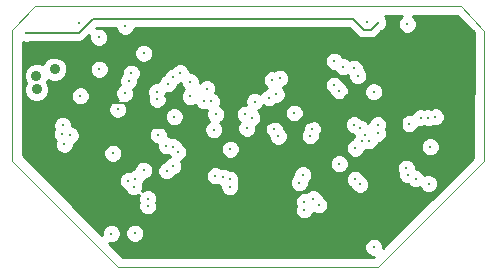
<source format=gbr>
G04 (created by PCBNEW-RS274X (2012-apr-16-27)-stable) date Tue 25 Mar 2014 09:11:57 PM EDT*
G01*
G70*
G90*
%MOIN*%
G04 Gerber Fmt 3.4, Leading zero omitted, Abs format*
%FSLAX34Y34*%
G04 APERTURE LIST*
%ADD10C,0.006000*%
%ADD11C,0.000400*%
%ADD12C,0.002000*%
%ADD13C,0.035000*%
%ADD14C,0.013000*%
%ADD15C,0.008000*%
%ADD16C,0.007000*%
%ADD17C,0.010000*%
G04 APERTURE END LIST*
G54D10*
G54D11*
X27953Y-19596D02*
X27953Y-23917D01*
X27165Y-18770D02*
X27953Y-19596D01*
X16890Y-18770D02*
X27165Y-18770D01*
X12205Y-19557D02*
X12205Y-23917D01*
X12992Y-18770D02*
X12205Y-19557D01*
X16890Y-18770D02*
X12992Y-18770D01*
X15748Y-27461D02*
X12205Y-23917D01*
X24409Y-27461D02*
X27953Y-23917D01*
X24016Y-27461D02*
X24409Y-27461D01*
X15748Y-27461D02*
X24016Y-27461D01*
G54D12*
X15748Y-27461D02*
X24016Y-27461D01*
G54D13*
X13632Y-20866D03*
X13022Y-21073D03*
X13031Y-21535D03*
G54D14*
X25384Y-19360D03*
X14439Y-19331D03*
X24405Y-19307D03*
X12687Y-19665D03*
X16260Y-24783D03*
X17815Y-20984D03*
X17579Y-21122D03*
X16319Y-24508D03*
X18701Y-21516D03*
X17087Y-23051D03*
X18602Y-21909D03*
X17736Y-23622D03*
X18986Y-24419D03*
X18996Y-22362D03*
X19980Y-22362D03*
X19469Y-24774D03*
X20197Y-22480D03*
X20945Y-22854D03*
X22146Y-23081D03*
X20295Y-21939D03*
X21788Y-24643D03*
X21132Y-21171D03*
X23868Y-23268D03*
X23809Y-24705D03*
X23612Y-20827D03*
X24114Y-23248D03*
X22953Y-20591D03*
X24400Y-22717D03*
X25394Y-24390D03*
X25827Y-22480D03*
X25669Y-24518D03*
X26319Y-22451D03*
X21949Y-25285D03*
X23120Y-21585D03*
X23612Y-22707D03*
X22254Y-25177D03*
X15728Y-22205D03*
X16732Y-25413D03*
X15965Y-21663D03*
X16732Y-25177D03*
X17559Y-24094D03*
X17047Y-21870D03*
X21949Y-25551D03*
X22943Y-21388D03*
X22441Y-25384D03*
X23819Y-22835D03*
X16594Y-20334D03*
X13878Y-23012D03*
X16181Y-20994D03*
X14154Y-23071D03*
X16083Y-24587D03*
X17402Y-21339D03*
X18150Y-21280D03*
X16594Y-24232D03*
X17343Y-23406D03*
X18150Y-21772D03*
X18858Y-21929D03*
X17579Y-23445D03*
X18937Y-22874D03*
X19252Y-24459D03*
X20039Y-22835D03*
X19469Y-24537D03*
X17028Y-21614D03*
X17362Y-24252D03*
X20778Y-21811D03*
X21083Y-23100D03*
X21024Y-21703D03*
X22215Y-22854D03*
X21900Y-24380D03*
X20876Y-21220D03*
X23652Y-23494D03*
X23642Y-24537D03*
X23730Y-21083D03*
X23967Y-23051D03*
X24409Y-22992D03*
X23248Y-20787D03*
X25354Y-24154D03*
X25443Y-22677D03*
X26083Y-22480D03*
X26093Y-24675D03*
X13898Y-22736D03*
X15118Y-20866D03*
X13957Y-23366D03*
X16103Y-21240D03*
X15984Y-19429D03*
X24272Y-26801D03*
X24035Y-19291D03*
X16299Y-26329D03*
X26152Y-23445D03*
X14488Y-21752D03*
X15098Y-19803D03*
X24262Y-21614D03*
X21614Y-22323D03*
X19488Y-23524D03*
X23120Y-24016D03*
X15571Y-23661D03*
X15522Y-26339D03*
X17618Y-22441D03*
X18740Y-24055D03*
X27106Y-23543D03*
X13465Y-21870D03*
X16594Y-22895D03*
X18583Y-22579D03*
X14606Y-23839D03*
X25226Y-21762D03*
X20512Y-22854D03*
X20256Y-24075D03*
X23297Y-21791D03*
X24094Y-24114D03*
X15916Y-26359D03*
X15551Y-19528D03*
X21821Y-23927D03*
X25197Y-23543D03*
X22598Y-22470D03*
X16732Y-23780D03*
X15472Y-21978D03*
G54D15*
X24165Y-19547D02*
X24405Y-19307D01*
X14439Y-19665D02*
X14911Y-19193D01*
X14911Y-19193D02*
X23573Y-19193D01*
X23927Y-19547D02*
X24165Y-19547D01*
X23573Y-19193D02*
X23927Y-19547D01*
X12687Y-19665D02*
X14439Y-19665D01*
G54D16*
X16890Y-22835D02*
X16713Y-22835D01*
X25030Y-21703D02*
X25226Y-21762D01*
X15472Y-21978D02*
X15216Y-22224D01*
X14862Y-24016D02*
X14606Y-23839D01*
X24597Y-22136D02*
X25030Y-21703D01*
X18583Y-22618D02*
X18445Y-22756D01*
X16732Y-23780D02*
X16221Y-24016D01*
X13691Y-22224D02*
X13465Y-21870D01*
X22224Y-24124D02*
X21821Y-23927D01*
X16732Y-23780D02*
X16575Y-23760D01*
X20862Y-22635D02*
X20512Y-22854D01*
X19744Y-24155D02*
X20256Y-24075D01*
X16713Y-22835D02*
X16594Y-22895D01*
X16968Y-22835D02*
X16890Y-22835D01*
X16575Y-23760D02*
X16201Y-23465D01*
X18445Y-23917D02*
X18583Y-24055D01*
X18583Y-24055D02*
X18740Y-24055D01*
X23711Y-24114D02*
X24094Y-24114D01*
X20256Y-23110D02*
X20512Y-22854D01*
X21890Y-22687D02*
X20862Y-22635D01*
X22224Y-24124D02*
X22736Y-24518D01*
X23465Y-21712D02*
X24065Y-22136D01*
X16594Y-22411D02*
X16594Y-22895D01*
X22598Y-23100D02*
X22598Y-22470D01*
X24094Y-24114D02*
X24626Y-24114D01*
X25197Y-23543D02*
X25197Y-21791D01*
X23297Y-21791D02*
X23396Y-21703D01*
X22598Y-22470D02*
X22205Y-22618D01*
X27106Y-23543D02*
X26703Y-23888D01*
X20256Y-24075D02*
X20256Y-23110D01*
X15216Y-22224D02*
X13691Y-22224D01*
X23317Y-24498D02*
X23711Y-24114D01*
X22205Y-22618D02*
X21890Y-22687D01*
X21860Y-23838D02*
X22598Y-23100D01*
X25541Y-23888D02*
X25197Y-23543D01*
X21821Y-23927D02*
X21860Y-23838D01*
X24626Y-24114D02*
X25197Y-23543D01*
X18307Y-22834D02*
X16968Y-22835D01*
X26703Y-23888D02*
X25541Y-23888D01*
X24065Y-22136D02*
X24597Y-22136D01*
X18583Y-22579D02*
X18465Y-22579D01*
X16201Y-23110D02*
X16416Y-22895D01*
X25197Y-21791D02*
X25226Y-21762D01*
X18445Y-22756D02*
X18445Y-23917D01*
X18740Y-24055D02*
X19311Y-24115D01*
X19311Y-24115D02*
X19744Y-24155D01*
X18465Y-22579D02*
X18307Y-22834D01*
X23396Y-21703D02*
X23465Y-21712D01*
X16201Y-23465D02*
X16201Y-23110D01*
X16161Y-21978D02*
X16594Y-22411D01*
X22736Y-24518D02*
X23317Y-24498D01*
X15472Y-21978D02*
X16161Y-21978D01*
X16416Y-22895D02*
X16594Y-22895D01*
X16221Y-24016D02*
X14862Y-24016D01*
X18583Y-22579D02*
X18583Y-22618D01*
G54D10*
G36*
X27598Y-19627D02*
X27588Y-23818D01*
X26634Y-24768D01*
X26634Y-22514D01*
X26634Y-22389D01*
X26586Y-22273D01*
X26498Y-22184D01*
X26382Y-22136D01*
X26257Y-22136D01*
X26166Y-22173D01*
X26146Y-22165D01*
X26021Y-22165D01*
X25955Y-22192D01*
X25890Y-22165D01*
X25765Y-22165D01*
X25649Y-22213D01*
X25560Y-22301D01*
X25530Y-22372D01*
X25506Y-22362D01*
X25381Y-22362D01*
X25265Y-22410D01*
X25176Y-22498D01*
X25128Y-22614D01*
X25128Y-22739D01*
X25176Y-22855D01*
X25264Y-22944D01*
X25380Y-22992D01*
X25505Y-22992D01*
X25621Y-22944D01*
X25710Y-22856D01*
X25739Y-22784D01*
X25764Y-22795D01*
X25889Y-22795D01*
X25954Y-22767D01*
X26020Y-22795D01*
X26145Y-22795D01*
X26235Y-22757D01*
X26256Y-22766D01*
X26381Y-22766D01*
X26497Y-22718D01*
X26586Y-22630D01*
X26634Y-22514D01*
X26634Y-24768D01*
X26467Y-24935D01*
X26467Y-23508D01*
X26467Y-23383D01*
X26419Y-23267D01*
X26331Y-23178D01*
X26215Y-23130D01*
X26090Y-23130D01*
X25974Y-23178D01*
X25885Y-23266D01*
X25837Y-23382D01*
X25837Y-23507D01*
X25885Y-23623D01*
X25973Y-23712D01*
X26089Y-23760D01*
X26214Y-23760D01*
X26330Y-23712D01*
X26419Y-23624D01*
X26467Y-23508D01*
X26467Y-24935D01*
X26408Y-24994D01*
X26408Y-24738D01*
X26408Y-24613D01*
X26360Y-24497D01*
X26272Y-24408D01*
X26156Y-24360D01*
X26031Y-24360D01*
X25956Y-24390D01*
X25936Y-24340D01*
X25848Y-24251D01*
X25732Y-24203D01*
X25669Y-24203D01*
X25669Y-24092D01*
X25621Y-23976D01*
X25533Y-23887D01*
X25417Y-23839D01*
X25292Y-23839D01*
X25176Y-23887D01*
X25087Y-23975D01*
X25039Y-24091D01*
X25039Y-24216D01*
X25081Y-24319D01*
X25079Y-24327D01*
X25079Y-24452D01*
X25127Y-24568D01*
X25215Y-24657D01*
X25331Y-24705D01*
X25410Y-24705D01*
X25490Y-24785D01*
X25606Y-24833D01*
X25731Y-24833D01*
X25805Y-24802D01*
X25826Y-24853D01*
X25914Y-24942D01*
X26030Y-24990D01*
X26155Y-24990D01*
X26271Y-24942D01*
X26360Y-24854D01*
X26408Y-24738D01*
X26408Y-24994D01*
X24724Y-26672D01*
X24724Y-23055D01*
X24724Y-22930D01*
X24688Y-22844D01*
X24715Y-22780D01*
X24715Y-22655D01*
X24667Y-22539D01*
X24579Y-22450D01*
X24577Y-22449D01*
X24577Y-21677D01*
X24577Y-21552D01*
X24529Y-21436D01*
X24441Y-21347D01*
X24325Y-21299D01*
X24200Y-21299D01*
X24084Y-21347D01*
X24045Y-21385D01*
X24045Y-21146D01*
X24045Y-21021D01*
X23997Y-20905D01*
X23927Y-20834D01*
X23927Y-20765D01*
X23879Y-20649D01*
X23791Y-20560D01*
X23675Y-20512D01*
X23550Y-20512D01*
X23457Y-20550D01*
X23427Y-20520D01*
X23311Y-20472D01*
X23244Y-20472D01*
X23220Y-20413D01*
X23132Y-20324D01*
X23016Y-20276D01*
X22891Y-20276D01*
X22775Y-20324D01*
X22686Y-20412D01*
X22638Y-20528D01*
X22638Y-20653D01*
X22686Y-20769D01*
X22774Y-20858D01*
X22890Y-20906D01*
X22956Y-20906D01*
X22981Y-20965D01*
X23069Y-21054D01*
X23185Y-21102D01*
X23310Y-21102D01*
X23402Y-21063D01*
X23415Y-21075D01*
X23415Y-21145D01*
X23463Y-21261D01*
X23551Y-21350D01*
X23667Y-21398D01*
X23792Y-21398D01*
X23908Y-21350D01*
X23997Y-21262D01*
X24045Y-21146D01*
X24045Y-21385D01*
X23995Y-21435D01*
X23947Y-21551D01*
X23947Y-21676D01*
X23995Y-21792D01*
X24083Y-21881D01*
X24199Y-21929D01*
X24324Y-21929D01*
X24440Y-21881D01*
X24529Y-21793D01*
X24577Y-21677D01*
X24577Y-22449D01*
X24463Y-22402D01*
X24338Y-22402D01*
X24222Y-22450D01*
X24133Y-22538D01*
X24085Y-22654D01*
X24085Y-22655D01*
X23998Y-22568D01*
X23882Y-22520D01*
X23870Y-22520D01*
X23791Y-22440D01*
X23675Y-22392D01*
X23550Y-22392D01*
X23435Y-22439D01*
X23435Y-21648D01*
X23435Y-21523D01*
X23387Y-21407D01*
X23299Y-21318D01*
X23245Y-21295D01*
X23210Y-21210D01*
X23122Y-21121D01*
X23006Y-21073D01*
X22881Y-21073D01*
X22765Y-21121D01*
X22676Y-21209D01*
X22628Y-21325D01*
X22628Y-21450D01*
X22676Y-21566D01*
X22764Y-21655D01*
X22817Y-21677D01*
X22853Y-21763D01*
X22941Y-21852D01*
X23057Y-21900D01*
X23182Y-21900D01*
X23298Y-21852D01*
X23387Y-21764D01*
X23435Y-21648D01*
X23435Y-22439D01*
X23434Y-22440D01*
X23345Y-22528D01*
X23297Y-22644D01*
X23297Y-22769D01*
X23345Y-22885D01*
X23433Y-22974D01*
X23549Y-23022D01*
X23560Y-23022D01*
X23614Y-23075D01*
X23601Y-23089D01*
X23558Y-23192D01*
X23474Y-23227D01*
X23385Y-23315D01*
X23337Y-23431D01*
X23337Y-23556D01*
X23385Y-23672D01*
X23473Y-23761D01*
X23589Y-23809D01*
X23714Y-23809D01*
X23830Y-23761D01*
X23919Y-23673D01*
X23961Y-23569D01*
X24014Y-23547D01*
X24051Y-23563D01*
X24176Y-23563D01*
X24292Y-23515D01*
X24381Y-23427D01*
X24429Y-23311D01*
X24429Y-23307D01*
X24471Y-23307D01*
X24587Y-23259D01*
X24676Y-23171D01*
X24724Y-23055D01*
X24724Y-26672D01*
X24587Y-26809D01*
X24587Y-26739D01*
X24539Y-26623D01*
X24451Y-26534D01*
X24335Y-26486D01*
X24210Y-26486D01*
X24124Y-26521D01*
X24124Y-24768D01*
X24124Y-24643D01*
X24076Y-24527D01*
X23988Y-24438D01*
X23932Y-24414D01*
X23909Y-24359D01*
X23821Y-24270D01*
X23705Y-24222D01*
X23580Y-24222D01*
X23464Y-24270D01*
X23435Y-24298D01*
X23435Y-24079D01*
X23435Y-23954D01*
X23387Y-23838D01*
X23299Y-23749D01*
X23183Y-23701D01*
X23058Y-23701D01*
X22942Y-23749D01*
X22853Y-23837D01*
X22805Y-23953D01*
X22805Y-24078D01*
X22853Y-24194D01*
X22941Y-24283D01*
X23057Y-24331D01*
X23182Y-24331D01*
X23298Y-24283D01*
X23387Y-24195D01*
X23435Y-24079D01*
X23435Y-24298D01*
X23375Y-24358D01*
X23327Y-24474D01*
X23327Y-24599D01*
X23375Y-24715D01*
X23463Y-24804D01*
X23518Y-24827D01*
X23542Y-24883D01*
X23630Y-24972D01*
X23746Y-25020D01*
X23871Y-25020D01*
X23987Y-24972D01*
X24076Y-24884D01*
X24124Y-24768D01*
X24124Y-26521D01*
X24094Y-26534D01*
X24005Y-26622D01*
X23957Y-26738D01*
X23957Y-26863D01*
X24005Y-26979D01*
X24093Y-27068D01*
X24209Y-27116D01*
X24279Y-27116D01*
X24270Y-27125D01*
X22756Y-27123D01*
X22756Y-25447D01*
X22756Y-25322D01*
X22708Y-25206D01*
X22620Y-25117D01*
X22559Y-25091D01*
X22530Y-25020D01*
X22530Y-22917D01*
X22530Y-22792D01*
X22482Y-22676D01*
X22394Y-22587D01*
X22278Y-22539D01*
X22153Y-22539D01*
X22037Y-22587D01*
X21948Y-22675D01*
X21929Y-22720D01*
X21929Y-22386D01*
X21929Y-22261D01*
X21881Y-22145D01*
X21793Y-22056D01*
X21677Y-22008D01*
X21552Y-22008D01*
X21447Y-22051D01*
X21447Y-21234D01*
X21447Y-21109D01*
X21399Y-20993D01*
X21311Y-20904D01*
X21195Y-20856D01*
X21070Y-20856D01*
X20954Y-20904D01*
X20948Y-20909D01*
X20939Y-20905D01*
X20814Y-20905D01*
X20698Y-20953D01*
X20609Y-21041D01*
X20561Y-21157D01*
X20561Y-21282D01*
X20609Y-21398D01*
X20697Y-21487D01*
X20718Y-21496D01*
X20716Y-21496D01*
X20600Y-21544D01*
X20511Y-21632D01*
X20488Y-21686D01*
X20474Y-21672D01*
X20358Y-21624D01*
X20233Y-21624D01*
X20117Y-21672D01*
X20028Y-21760D01*
X19980Y-21876D01*
X19980Y-22001D01*
X19999Y-22047D01*
X19918Y-22047D01*
X19802Y-22095D01*
X19713Y-22183D01*
X19665Y-22299D01*
X19665Y-22424D01*
X19713Y-22540D01*
X19800Y-22628D01*
X19772Y-22656D01*
X19724Y-22772D01*
X19724Y-22897D01*
X19772Y-23013D01*
X19860Y-23102D01*
X19976Y-23150D01*
X20101Y-23150D01*
X20217Y-23102D01*
X20306Y-23014D01*
X20354Y-22898D01*
X20354Y-22773D01*
X20347Y-22758D01*
X20375Y-22747D01*
X20464Y-22659D01*
X20512Y-22543D01*
X20512Y-22418D01*
X20464Y-22302D01*
X20399Y-22236D01*
X20473Y-22206D01*
X20562Y-22118D01*
X20584Y-22063D01*
X20599Y-22078D01*
X20715Y-22126D01*
X20840Y-22126D01*
X20956Y-22078D01*
X21016Y-22018D01*
X21086Y-22018D01*
X21202Y-21970D01*
X21291Y-21882D01*
X21339Y-21766D01*
X21339Y-21641D01*
X21291Y-21525D01*
X21235Y-21468D01*
X21310Y-21438D01*
X21399Y-21350D01*
X21447Y-21234D01*
X21447Y-22051D01*
X21436Y-22056D01*
X21347Y-22144D01*
X21299Y-22260D01*
X21299Y-22385D01*
X21347Y-22501D01*
X21435Y-22590D01*
X21551Y-22638D01*
X21676Y-22638D01*
X21792Y-22590D01*
X21881Y-22502D01*
X21929Y-22386D01*
X21929Y-22720D01*
X21900Y-22791D01*
X21900Y-22881D01*
X21879Y-22902D01*
X21831Y-23018D01*
X21831Y-23143D01*
X21879Y-23259D01*
X21967Y-23348D01*
X22083Y-23396D01*
X22208Y-23396D01*
X22324Y-23348D01*
X22413Y-23260D01*
X22461Y-23144D01*
X22461Y-23053D01*
X22482Y-23033D01*
X22530Y-22917D01*
X22530Y-25020D01*
X22521Y-24999D01*
X22433Y-24910D01*
X22317Y-24862D01*
X22215Y-24862D01*
X22215Y-24443D01*
X22215Y-24318D01*
X22167Y-24202D01*
X22079Y-24113D01*
X21963Y-24065D01*
X21838Y-24065D01*
X21722Y-24113D01*
X21633Y-24201D01*
X21585Y-24317D01*
X21585Y-24400D01*
X21521Y-24464D01*
X21473Y-24580D01*
X21473Y-24705D01*
X21521Y-24821D01*
X21609Y-24910D01*
X21725Y-24958D01*
X21850Y-24958D01*
X21966Y-24910D01*
X22055Y-24822D01*
X22103Y-24706D01*
X22103Y-24622D01*
X22167Y-24559D01*
X22215Y-24443D01*
X22215Y-24862D01*
X22192Y-24862D01*
X22076Y-24910D01*
X22014Y-24970D01*
X22012Y-24970D01*
X21887Y-24970D01*
X21771Y-25018D01*
X21682Y-25106D01*
X21634Y-25222D01*
X21634Y-25347D01*
X21663Y-25417D01*
X21634Y-25488D01*
X21634Y-25613D01*
X21682Y-25729D01*
X21770Y-25818D01*
X21886Y-25866D01*
X22011Y-25866D01*
X22127Y-25818D01*
X22216Y-25730D01*
X22252Y-25641D01*
X22262Y-25651D01*
X22378Y-25699D01*
X22503Y-25699D01*
X22619Y-25651D01*
X22708Y-25563D01*
X22756Y-25447D01*
X22756Y-27123D01*
X21398Y-27121D01*
X21398Y-23163D01*
X21398Y-23038D01*
X21350Y-22922D01*
X21262Y-22833D01*
X21260Y-22832D01*
X21260Y-22792D01*
X21212Y-22676D01*
X21124Y-22587D01*
X21008Y-22539D01*
X20883Y-22539D01*
X20767Y-22587D01*
X20678Y-22675D01*
X20630Y-22791D01*
X20630Y-22916D01*
X20678Y-23032D01*
X20766Y-23121D01*
X20768Y-23121D01*
X20768Y-23162D01*
X20816Y-23278D01*
X20904Y-23367D01*
X21020Y-23415D01*
X21145Y-23415D01*
X21261Y-23367D01*
X21350Y-23279D01*
X21398Y-23163D01*
X21398Y-27121D01*
X19803Y-27119D01*
X19803Y-23587D01*
X19803Y-23462D01*
X19755Y-23346D01*
X19667Y-23257D01*
X19551Y-23209D01*
X19426Y-23209D01*
X19311Y-23256D01*
X19311Y-22425D01*
X19311Y-22300D01*
X19263Y-22184D01*
X19175Y-22095D01*
X19136Y-22079D01*
X19173Y-21992D01*
X19173Y-21867D01*
X19125Y-21751D01*
X19037Y-21662D01*
X18989Y-21642D01*
X19016Y-21579D01*
X19016Y-21454D01*
X18968Y-21338D01*
X18880Y-21249D01*
X18764Y-21201D01*
X18639Y-21201D01*
X18523Y-21249D01*
X18465Y-21306D01*
X18465Y-21218D01*
X18417Y-21102D01*
X18329Y-21013D01*
X18213Y-20965D01*
X18130Y-20965D01*
X18130Y-20922D01*
X18082Y-20806D01*
X17994Y-20717D01*
X17878Y-20669D01*
X17753Y-20669D01*
X17637Y-20717D01*
X17548Y-20805D01*
X17547Y-20807D01*
X17517Y-20807D01*
X17401Y-20855D01*
X17312Y-20943D01*
X17265Y-21054D01*
X17224Y-21072D01*
X17135Y-21160D01*
X17087Y-21276D01*
X17087Y-21299D01*
X16966Y-21299D01*
X16909Y-21322D01*
X16909Y-20397D01*
X16909Y-20272D01*
X16861Y-20156D01*
X16773Y-20067D01*
X16657Y-20019D01*
X16532Y-20019D01*
X16416Y-20067D01*
X16327Y-20155D01*
X16279Y-20271D01*
X16279Y-20396D01*
X16327Y-20512D01*
X16415Y-20601D01*
X16531Y-20649D01*
X16656Y-20649D01*
X16772Y-20601D01*
X16861Y-20513D01*
X16909Y-20397D01*
X16909Y-21322D01*
X16850Y-21347D01*
X16761Y-21435D01*
X16713Y-21551D01*
X16713Y-21676D01*
X16749Y-21764D01*
X16732Y-21807D01*
X16732Y-21932D01*
X16780Y-22048D01*
X16868Y-22137D01*
X16984Y-22185D01*
X17109Y-22185D01*
X17225Y-22137D01*
X17314Y-22049D01*
X17362Y-21933D01*
X17362Y-21808D01*
X17325Y-21719D01*
X17343Y-21677D01*
X17343Y-21654D01*
X17464Y-21654D01*
X17580Y-21606D01*
X17669Y-21518D01*
X17715Y-21406D01*
X17757Y-21389D01*
X17835Y-21311D01*
X17835Y-21342D01*
X17883Y-21458D01*
X17950Y-21526D01*
X17883Y-21593D01*
X17835Y-21709D01*
X17835Y-21834D01*
X17883Y-21950D01*
X17971Y-22039D01*
X18087Y-22087D01*
X18212Y-22087D01*
X18317Y-22043D01*
X18335Y-22087D01*
X18423Y-22176D01*
X18539Y-22224D01*
X18664Y-22224D01*
X18705Y-22206D01*
X18717Y-22211D01*
X18681Y-22299D01*
X18681Y-22424D01*
X18729Y-22540D01*
X18784Y-22596D01*
X18759Y-22607D01*
X18670Y-22695D01*
X18622Y-22811D01*
X18622Y-22936D01*
X18670Y-23052D01*
X18758Y-23141D01*
X18874Y-23189D01*
X18999Y-23189D01*
X19115Y-23141D01*
X19204Y-23053D01*
X19252Y-22937D01*
X19252Y-22812D01*
X19204Y-22696D01*
X19148Y-22639D01*
X19174Y-22629D01*
X19263Y-22541D01*
X19311Y-22425D01*
X19311Y-23256D01*
X19310Y-23257D01*
X19221Y-23345D01*
X19173Y-23461D01*
X19173Y-23586D01*
X19221Y-23702D01*
X19309Y-23791D01*
X19425Y-23839D01*
X19550Y-23839D01*
X19666Y-23791D01*
X19755Y-23703D01*
X19803Y-23587D01*
X19803Y-27119D01*
X19784Y-27119D01*
X19784Y-24837D01*
X19784Y-24712D01*
X19760Y-24656D01*
X19784Y-24600D01*
X19784Y-24475D01*
X19736Y-24359D01*
X19648Y-24270D01*
X19532Y-24222D01*
X19460Y-24222D01*
X19431Y-24192D01*
X19315Y-24144D01*
X19190Y-24144D01*
X19166Y-24153D01*
X19165Y-24152D01*
X19049Y-24104D01*
X18924Y-24104D01*
X18808Y-24152D01*
X18719Y-24240D01*
X18671Y-24356D01*
X18671Y-24481D01*
X18719Y-24597D01*
X18807Y-24686D01*
X18923Y-24734D01*
X19048Y-24734D01*
X19071Y-24724D01*
X19073Y-24726D01*
X19154Y-24759D01*
X19154Y-24836D01*
X19202Y-24952D01*
X19290Y-25041D01*
X19406Y-25089D01*
X19531Y-25089D01*
X19647Y-25041D01*
X19736Y-24953D01*
X19784Y-24837D01*
X19784Y-27119D01*
X18051Y-27117D01*
X18051Y-23685D01*
X18051Y-23560D01*
X18003Y-23444D01*
X17933Y-23373D01*
X17933Y-22504D01*
X17933Y-22379D01*
X17885Y-22263D01*
X17797Y-22174D01*
X17681Y-22126D01*
X17556Y-22126D01*
X17440Y-22174D01*
X17351Y-22262D01*
X17303Y-22378D01*
X17303Y-22503D01*
X17351Y-22619D01*
X17439Y-22708D01*
X17555Y-22756D01*
X17680Y-22756D01*
X17796Y-22708D01*
X17885Y-22620D01*
X17933Y-22504D01*
X17933Y-23373D01*
X17915Y-23355D01*
X17875Y-23338D01*
X17846Y-23267D01*
X17758Y-23178D01*
X17642Y-23130D01*
X17517Y-23130D01*
X17508Y-23133D01*
X17406Y-23091D01*
X17402Y-23091D01*
X17402Y-22989D01*
X17354Y-22873D01*
X17266Y-22784D01*
X17150Y-22736D01*
X17025Y-22736D01*
X16909Y-22784D01*
X16820Y-22872D01*
X16772Y-22988D01*
X16772Y-23113D01*
X16820Y-23229D01*
X16908Y-23318D01*
X17024Y-23366D01*
X17028Y-23366D01*
X17028Y-23468D01*
X17076Y-23584D01*
X17164Y-23673D01*
X17280Y-23721D01*
X17405Y-23721D01*
X17413Y-23717D01*
X17439Y-23728D01*
X17465Y-23791D01*
X17381Y-23827D01*
X17292Y-23915D01*
X17279Y-23945D01*
X17184Y-23985D01*
X17095Y-24073D01*
X17047Y-24189D01*
X17047Y-24314D01*
X17095Y-24430D01*
X17183Y-24519D01*
X17299Y-24567D01*
X17424Y-24567D01*
X17540Y-24519D01*
X17629Y-24431D01*
X17641Y-24400D01*
X17737Y-24361D01*
X17826Y-24273D01*
X17874Y-24157D01*
X17874Y-24032D01*
X17829Y-23924D01*
X17914Y-23889D01*
X18003Y-23801D01*
X18051Y-23685D01*
X18051Y-27117D01*
X17047Y-27116D01*
X17047Y-25476D01*
X17047Y-25351D01*
X17024Y-25295D01*
X17047Y-25240D01*
X17047Y-25115D01*
X16999Y-24999D01*
X16911Y-24910D01*
X16795Y-24862D01*
X16670Y-24862D01*
X16554Y-24910D01*
X16544Y-24919D01*
X16575Y-24846D01*
X16575Y-24721D01*
X16568Y-24704D01*
X16586Y-24687D01*
X16634Y-24571D01*
X16634Y-24547D01*
X16656Y-24547D01*
X16772Y-24499D01*
X16861Y-24411D01*
X16909Y-24295D01*
X16909Y-24170D01*
X16861Y-24054D01*
X16773Y-23965D01*
X16657Y-23917D01*
X16532Y-23917D01*
X16496Y-23931D01*
X16496Y-21057D01*
X16496Y-20932D01*
X16448Y-20816D01*
X16360Y-20727D01*
X16244Y-20679D01*
X16119Y-20679D01*
X16003Y-20727D01*
X15914Y-20815D01*
X15866Y-20931D01*
X15866Y-21031D01*
X15836Y-21061D01*
X15788Y-21177D01*
X15788Y-21302D01*
X15821Y-21381D01*
X15787Y-21396D01*
X15698Y-21484D01*
X15650Y-21600D01*
X15650Y-21725D01*
X15698Y-21841D01*
X15746Y-21890D01*
X15666Y-21890D01*
X15550Y-21938D01*
X15461Y-22026D01*
X15433Y-22093D01*
X15433Y-20929D01*
X15433Y-20804D01*
X15385Y-20688D01*
X15297Y-20599D01*
X15181Y-20551D01*
X15056Y-20551D01*
X14940Y-20599D01*
X14851Y-20687D01*
X14803Y-20803D01*
X14803Y-20928D01*
X14851Y-21044D01*
X14939Y-21133D01*
X15055Y-21181D01*
X15180Y-21181D01*
X15296Y-21133D01*
X15385Y-21045D01*
X15433Y-20929D01*
X15433Y-22093D01*
X15413Y-22142D01*
X15413Y-22267D01*
X15461Y-22383D01*
X15549Y-22472D01*
X15665Y-22520D01*
X15790Y-22520D01*
X15906Y-22472D01*
X15995Y-22384D01*
X16043Y-22268D01*
X16043Y-22143D01*
X15995Y-22027D01*
X15946Y-21978D01*
X16027Y-21978D01*
X16143Y-21930D01*
X16232Y-21842D01*
X16280Y-21726D01*
X16280Y-21601D01*
X16246Y-21521D01*
X16281Y-21507D01*
X16370Y-21419D01*
X16418Y-21303D01*
X16418Y-21202D01*
X16448Y-21173D01*
X16496Y-21057D01*
X16496Y-23931D01*
X16416Y-23965D01*
X16327Y-24053D01*
X16279Y-24169D01*
X16279Y-24193D01*
X16257Y-24193D01*
X16141Y-24241D01*
X16109Y-24272D01*
X16021Y-24272D01*
X15905Y-24320D01*
X15886Y-24338D01*
X15886Y-23724D01*
X15886Y-23599D01*
X15838Y-23483D01*
X15750Y-23394D01*
X15634Y-23346D01*
X15509Y-23346D01*
X15393Y-23394D01*
X15304Y-23482D01*
X15256Y-23598D01*
X15256Y-23723D01*
X15304Y-23839D01*
X15392Y-23928D01*
X15508Y-23976D01*
X15633Y-23976D01*
X15749Y-23928D01*
X15838Y-23840D01*
X15886Y-23724D01*
X15886Y-24338D01*
X15816Y-24408D01*
X15768Y-24524D01*
X15768Y-24649D01*
X15816Y-24765D01*
X15904Y-24854D01*
X15957Y-24876D01*
X15993Y-24961D01*
X16081Y-25050D01*
X16197Y-25098D01*
X16322Y-25098D01*
X16438Y-25050D01*
X16447Y-25040D01*
X16417Y-25114D01*
X16417Y-25239D01*
X16439Y-25294D01*
X16417Y-25350D01*
X16417Y-25475D01*
X16465Y-25591D01*
X16553Y-25680D01*
X16669Y-25728D01*
X16794Y-25728D01*
X16910Y-25680D01*
X16999Y-25592D01*
X17047Y-25476D01*
X17047Y-27116D01*
X16614Y-27115D01*
X16614Y-26392D01*
X16614Y-26267D01*
X16566Y-26151D01*
X16478Y-26062D01*
X16362Y-26014D01*
X16237Y-26014D01*
X16121Y-26062D01*
X16032Y-26150D01*
X15984Y-26266D01*
X15984Y-26391D01*
X16032Y-26507D01*
X16120Y-26596D01*
X16236Y-26644D01*
X16361Y-26644D01*
X16477Y-26596D01*
X16566Y-26508D01*
X16614Y-26392D01*
X16614Y-27115D01*
X15907Y-27115D01*
X15450Y-26650D01*
X15459Y-26654D01*
X15584Y-26654D01*
X15700Y-26606D01*
X15789Y-26518D01*
X15837Y-26402D01*
X15837Y-26277D01*
X15789Y-26161D01*
X15701Y-26072D01*
X15585Y-26024D01*
X15460Y-26024D01*
X15344Y-26072D01*
X15255Y-26160D01*
X15207Y-26276D01*
X15207Y-26401D01*
X14803Y-25990D01*
X14803Y-21815D01*
X14803Y-21690D01*
X14755Y-21574D01*
X14667Y-21485D01*
X14551Y-21437D01*
X14426Y-21437D01*
X14310Y-21485D01*
X14221Y-21573D01*
X14173Y-21689D01*
X14173Y-21814D01*
X14221Y-21930D01*
X14309Y-22019D01*
X14425Y-22067D01*
X14550Y-22067D01*
X14666Y-22019D01*
X14755Y-21931D01*
X14803Y-21815D01*
X14803Y-25990D01*
X14469Y-25650D01*
X14469Y-23134D01*
X14469Y-23009D01*
X14421Y-22893D01*
X14333Y-22804D01*
X14217Y-22756D01*
X14213Y-22756D01*
X14213Y-22674D01*
X14165Y-22558D01*
X14077Y-22469D01*
X14057Y-22460D01*
X14057Y-20951D01*
X14057Y-20782D01*
X13993Y-20626D01*
X13873Y-20506D01*
X13717Y-20441D01*
X13548Y-20441D01*
X13392Y-20505D01*
X13272Y-20625D01*
X13239Y-20703D01*
X13107Y-20648D01*
X12938Y-20648D01*
X12782Y-20712D01*
X12662Y-20832D01*
X12597Y-20988D01*
X12597Y-21157D01*
X12661Y-21313D01*
X12662Y-21314D01*
X12606Y-21450D01*
X12606Y-21619D01*
X12670Y-21775D01*
X12790Y-21895D01*
X12946Y-21960D01*
X13115Y-21960D01*
X13271Y-21896D01*
X13391Y-21776D01*
X13456Y-21620D01*
X13456Y-21451D01*
X13392Y-21295D01*
X13390Y-21293D01*
X13414Y-21235D01*
X13547Y-21291D01*
X13716Y-21291D01*
X13872Y-21227D01*
X13992Y-21107D01*
X14057Y-20951D01*
X14057Y-22460D01*
X13961Y-22421D01*
X13836Y-22421D01*
X13720Y-22469D01*
X13631Y-22557D01*
X13583Y-22673D01*
X13583Y-22798D01*
X13604Y-22849D01*
X13563Y-22949D01*
X13563Y-23074D01*
X13611Y-23190D01*
X13665Y-23245D01*
X13642Y-23303D01*
X13642Y-23428D01*
X13690Y-23544D01*
X13778Y-23633D01*
X13894Y-23681D01*
X14019Y-23681D01*
X14135Y-23633D01*
X14224Y-23545D01*
X14272Y-23429D01*
X14272Y-23362D01*
X14332Y-23338D01*
X14421Y-23250D01*
X14469Y-23134D01*
X14469Y-25650D01*
X12570Y-23719D01*
X12560Y-19953D01*
X12624Y-19980D01*
X12749Y-19980D01*
X12809Y-19955D01*
X14439Y-19955D01*
X14550Y-19933D01*
X14644Y-19870D01*
X14789Y-19724D01*
X14783Y-19740D01*
X14783Y-19865D01*
X14831Y-19981D01*
X14919Y-20070D01*
X15035Y-20118D01*
X15160Y-20118D01*
X15276Y-20070D01*
X15365Y-19982D01*
X15413Y-19866D01*
X15413Y-19741D01*
X15365Y-19625D01*
X15277Y-19536D01*
X15161Y-19488D01*
X15036Y-19488D01*
X15018Y-19495D01*
X15031Y-19483D01*
X15669Y-19483D01*
X15669Y-19491D01*
X15717Y-19607D01*
X15805Y-19696D01*
X15921Y-19744D01*
X16046Y-19744D01*
X16162Y-19696D01*
X16251Y-19608D01*
X16299Y-19492D01*
X16299Y-19483D01*
X23452Y-19483D01*
X23721Y-19752D01*
X23722Y-19752D01*
X23816Y-19815D01*
X23927Y-19837D01*
X24165Y-19837D01*
X24276Y-19815D01*
X24370Y-19752D01*
X24523Y-19598D01*
X24583Y-19574D01*
X24672Y-19486D01*
X24720Y-19370D01*
X24720Y-19245D01*
X24672Y-19129D01*
X24638Y-19095D01*
X25203Y-19095D01*
X25117Y-19181D01*
X25069Y-19297D01*
X25069Y-19422D01*
X25117Y-19538D01*
X25205Y-19627D01*
X25321Y-19675D01*
X25446Y-19675D01*
X25562Y-19627D01*
X25651Y-19539D01*
X25699Y-19423D01*
X25699Y-19298D01*
X25651Y-19182D01*
X25564Y-19095D01*
X27047Y-19095D01*
X27598Y-19627D01*
X27598Y-19627D01*
G37*
G54D17*
X27598Y-19627D02*
X27588Y-23818D01*
X26634Y-24768D01*
X26634Y-22514D01*
X26634Y-22389D01*
X26586Y-22273D01*
X26498Y-22184D01*
X26382Y-22136D01*
X26257Y-22136D01*
X26166Y-22173D01*
X26146Y-22165D01*
X26021Y-22165D01*
X25955Y-22192D01*
X25890Y-22165D01*
X25765Y-22165D01*
X25649Y-22213D01*
X25560Y-22301D01*
X25530Y-22372D01*
X25506Y-22362D01*
X25381Y-22362D01*
X25265Y-22410D01*
X25176Y-22498D01*
X25128Y-22614D01*
X25128Y-22739D01*
X25176Y-22855D01*
X25264Y-22944D01*
X25380Y-22992D01*
X25505Y-22992D01*
X25621Y-22944D01*
X25710Y-22856D01*
X25739Y-22784D01*
X25764Y-22795D01*
X25889Y-22795D01*
X25954Y-22767D01*
X26020Y-22795D01*
X26145Y-22795D01*
X26235Y-22757D01*
X26256Y-22766D01*
X26381Y-22766D01*
X26497Y-22718D01*
X26586Y-22630D01*
X26634Y-22514D01*
X26634Y-24768D01*
X26467Y-24935D01*
X26467Y-23508D01*
X26467Y-23383D01*
X26419Y-23267D01*
X26331Y-23178D01*
X26215Y-23130D01*
X26090Y-23130D01*
X25974Y-23178D01*
X25885Y-23266D01*
X25837Y-23382D01*
X25837Y-23507D01*
X25885Y-23623D01*
X25973Y-23712D01*
X26089Y-23760D01*
X26214Y-23760D01*
X26330Y-23712D01*
X26419Y-23624D01*
X26467Y-23508D01*
X26467Y-24935D01*
X26408Y-24994D01*
X26408Y-24738D01*
X26408Y-24613D01*
X26360Y-24497D01*
X26272Y-24408D01*
X26156Y-24360D01*
X26031Y-24360D01*
X25956Y-24390D01*
X25936Y-24340D01*
X25848Y-24251D01*
X25732Y-24203D01*
X25669Y-24203D01*
X25669Y-24092D01*
X25621Y-23976D01*
X25533Y-23887D01*
X25417Y-23839D01*
X25292Y-23839D01*
X25176Y-23887D01*
X25087Y-23975D01*
X25039Y-24091D01*
X25039Y-24216D01*
X25081Y-24319D01*
X25079Y-24327D01*
X25079Y-24452D01*
X25127Y-24568D01*
X25215Y-24657D01*
X25331Y-24705D01*
X25410Y-24705D01*
X25490Y-24785D01*
X25606Y-24833D01*
X25731Y-24833D01*
X25805Y-24802D01*
X25826Y-24853D01*
X25914Y-24942D01*
X26030Y-24990D01*
X26155Y-24990D01*
X26271Y-24942D01*
X26360Y-24854D01*
X26408Y-24738D01*
X26408Y-24994D01*
X24724Y-26672D01*
X24724Y-23055D01*
X24724Y-22930D01*
X24688Y-22844D01*
X24715Y-22780D01*
X24715Y-22655D01*
X24667Y-22539D01*
X24579Y-22450D01*
X24577Y-22449D01*
X24577Y-21677D01*
X24577Y-21552D01*
X24529Y-21436D01*
X24441Y-21347D01*
X24325Y-21299D01*
X24200Y-21299D01*
X24084Y-21347D01*
X24045Y-21385D01*
X24045Y-21146D01*
X24045Y-21021D01*
X23997Y-20905D01*
X23927Y-20834D01*
X23927Y-20765D01*
X23879Y-20649D01*
X23791Y-20560D01*
X23675Y-20512D01*
X23550Y-20512D01*
X23457Y-20550D01*
X23427Y-20520D01*
X23311Y-20472D01*
X23244Y-20472D01*
X23220Y-20413D01*
X23132Y-20324D01*
X23016Y-20276D01*
X22891Y-20276D01*
X22775Y-20324D01*
X22686Y-20412D01*
X22638Y-20528D01*
X22638Y-20653D01*
X22686Y-20769D01*
X22774Y-20858D01*
X22890Y-20906D01*
X22956Y-20906D01*
X22981Y-20965D01*
X23069Y-21054D01*
X23185Y-21102D01*
X23310Y-21102D01*
X23402Y-21063D01*
X23415Y-21075D01*
X23415Y-21145D01*
X23463Y-21261D01*
X23551Y-21350D01*
X23667Y-21398D01*
X23792Y-21398D01*
X23908Y-21350D01*
X23997Y-21262D01*
X24045Y-21146D01*
X24045Y-21385D01*
X23995Y-21435D01*
X23947Y-21551D01*
X23947Y-21676D01*
X23995Y-21792D01*
X24083Y-21881D01*
X24199Y-21929D01*
X24324Y-21929D01*
X24440Y-21881D01*
X24529Y-21793D01*
X24577Y-21677D01*
X24577Y-22449D01*
X24463Y-22402D01*
X24338Y-22402D01*
X24222Y-22450D01*
X24133Y-22538D01*
X24085Y-22654D01*
X24085Y-22655D01*
X23998Y-22568D01*
X23882Y-22520D01*
X23870Y-22520D01*
X23791Y-22440D01*
X23675Y-22392D01*
X23550Y-22392D01*
X23435Y-22439D01*
X23435Y-21648D01*
X23435Y-21523D01*
X23387Y-21407D01*
X23299Y-21318D01*
X23245Y-21295D01*
X23210Y-21210D01*
X23122Y-21121D01*
X23006Y-21073D01*
X22881Y-21073D01*
X22765Y-21121D01*
X22676Y-21209D01*
X22628Y-21325D01*
X22628Y-21450D01*
X22676Y-21566D01*
X22764Y-21655D01*
X22817Y-21677D01*
X22853Y-21763D01*
X22941Y-21852D01*
X23057Y-21900D01*
X23182Y-21900D01*
X23298Y-21852D01*
X23387Y-21764D01*
X23435Y-21648D01*
X23435Y-22439D01*
X23434Y-22440D01*
X23345Y-22528D01*
X23297Y-22644D01*
X23297Y-22769D01*
X23345Y-22885D01*
X23433Y-22974D01*
X23549Y-23022D01*
X23560Y-23022D01*
X23614Y-23075D01*
X23601Y-23089D01*
X23558Y-23192D01*
X23474Y-23227D01*
X23385Y-23315D01*
X23337Y-23431D01*
X23337Y-23556D01*
X23385Y-23672D01*
X23473Y-23761D01*
X23589Y-23809D01*
X23714Y-23809D01*
X23830Y-23761D01*
X23919Y-23673D01*
X23961Y-23569D01*
X24014Y-23547D01*
X24051Y-23563D01*
X24176Y-23563D01*
X24292Y-23515D01*
X24381Y-23427D01*
X24429Y-23311D01*
X24429Y-23307D01*
X24471Y-23307D01*
X24587Y-23259D01*
X24676Y-23171D01*
X24724Y-23055D01*
X24724Y-26672D01*
X24587Y-26809D01*
X24587Y-26739D01*
X24539Y-26623D01*
X24451Y-26534D01*
X24335Y-26486D01*
X24210Y-26486D01*
X24124Y-26521D01*
X24124Y-24768D01*
X24124Y-24643D01*
X24076Y-24527D01*
X23988Y-24438D01*
X23932Y-24414D01*
X23909Y-24359D01*
X23821Y-24270D01*
X23705Y-24222D01*
X23580Y-24222D01*
X23464Y-24270D01*
X23435Y-24298D01*
X23435Y-24079D01*
X23435Y-23954D01*
X23387Y-23838D01*
X23299Y-23749D01*
X23183Y-23701D01*
X23058Y-23701D01*
X22942Y-23749D01*
X22853Y-23837D01*
X22805Y-23953D01*
X22805Y-24078D01*
X22853Y-24194D01*
X22941Y-24283D01*
X23057Y-24331D01*
X23182Y-24331D01*
X23298Y-24283D01*
X23387Y-24195D01*
X23435Y-24079D01*
X23435Y-24298D01*
X23375Y-24358D01*
X23327Y-24474D01*
X23327Y-24599D01*
X23375Y-24715D01*
X23463Y-24804D01*
X23518Y-24827D01*
X23542Y-24883D01*
X23630Y-24972D01*
X23746Y-25020D01*
X23871Y-25020D01*
X23987Y-24972D01*
X24076Y-24884D01*
X24124Y-24768D01*
X24124Y-26521D01*
X24094Y-26534D01*
X24005Y-26622D01*
X23957Y-26738D01*
X23957Y-26863D01*
X24005Y-26979D01*
X24093Y-27068D01*
X24209Y-27116D01*
X24279Y-27116D01*
X24270Y-27125D01*
X22756Y-27123D01*
X22756Y-25447D01*
X22756Y-25322D01*
X22708Y-25206D01*
X22620Y-25117D01*
X22559Y-25091D01*
X22530Y-25020D01*
X22530Y-22917D01*
X22530Y-22792D01*
X22482Y-22676D01*
X22394Y-22587D01*
X22278Y-22539D01*
X22153Y-22539D01*
X22037Y-22587D01*
X21948Y-22675D01*
X21929Y-22720D01*
X21929Y-22386D01*
X21929Y-22261D01*
X21881Y-22145D01*
X21793Y-22056D01*
X21677Y-22008D01*
X21552Y-22008D01*
X21447Y-22051D01*
X21447Y-21234D01*
X21447Y-21109D01*
X21399Y-20993D01*
X21311Y-20904D01*
X21195Y-20856D01*
X21070Y-20856D01*
X20954Y-20904D01*
X20948Y-20909D01*
X20939Y-20905D01*
X20814Y-20905D01*
X20698Y-20953D01*
X20609Y-21041D01*
X20561Y-21157D01*
X20561Y-21282D01*
X20609Y-21398D01*
X20697Y-21487D01*
X20718Y-21496D01*
X20716Y-21496D01*
X20600Y-21544D01*
X20511Y-21632D01*
X20488Y-21686D01*
X20474Y-21672D01*
X20358Y-21624D01*
X20233Y-21624D01*
X20117Y-21672D01*
X20028Y-21760D01*
X19980Y-21876D01*
X19980Y-22001D01*
X19999Y-22047D01*
X19918Y-22047D01*
X19802Y-22095D01*
X19713Y-22183D01*
X19665Y-22299D01*
X19665Y-22424D01*
X19713Y-22540D01*
X19800Y-22628D01*
X19772Y-22656D01*
X19724Y-22772D01*
X19724Y-22897D01*
X19772Y-23013D01*
X19860Y-23102D01*
X19976Y-23150D01*
X20101Y-23150D01*
X20217Y-23102D01*
X20306Y-23014D01*
X20354Y-22898D01*
X20354Y-22773D01*
X20347Y-22758D01*
X20375Y-22747D01*
X20464Y-22659D01*
X20512Y-22543D01*
X20512Y-22418D01*
X20464Y-22302D01*
X20399Y-22236D01*
X20473Y-22206D01*
X20562Y-22118D01*
X20584Y-22063D01*
X20599Y-22078D01*
X20715Y-22126D01*
X20840Y-22126D01*
X20956Y-22078D01*
X21016Y-22018D01*
X21086Y-22018D01*
X21202Y-21970D01*
X21291Y-21882D01*
X21339Y-21766D01*
X21339Y-21641D01*
X21291Y-21525D01*
X21235Y-21468D01*
X21310Y-21438D01*
X21399Y-21350D01*
X21447Y-21234D01*
X21447Y-22051D01*
X21436Y-22056D01*
X21347Y-22144D01*
X21299Y-22260D01*
X21299Y-22385D01*
X21347Y-22501D01*
X21435Y-22590D01*
X21551Y-22638D01*
X21676Y-22638D01*
X21792Y-22590D01*
X21881Y-22502D01*
X21929Y-22386D01*
X21929Y-22720D01*
X21900Y-22791D01*
X21900Y-22881D01*
X21879Y-22902D01*
X21831Y-23018D01*
X21831Y-23143D01*
X21879Y-23259D01*
X21967Y-23348D01*
X22083Y-23396D01*
X22208Y-23396D01*
X22324Y-23348D01*
X22413Y-23260D01*
X22461Y-23144D01*
X22461Y-23053D01*
X22482Y-23033D01*
X22530Y-22917D01*
X22530Y-25020D01*
X22521Y-24999D01*
X22433Y-24910D01*
X22317Y-24862D01*
X22215Y-24862D01*
X22215Y-24443D01*
X22215Y-24318D01*
X22167Y-24202D01*
X22079Y-24113D01*
X21963Y-24065D01*
X21838Y-24065D01*
X21722Y-24113D01*
X21633Y-24201D01*
X21585Y-24317D01*
X21585Y-24400D01*
X21521Y-24464D01*
X21473Y-24580D01*
X21473Y-24705D01*
X21521Y-24821D01*
X21609Y-24910D01*
X21725Y-24958D01*
X21850Y-24958D01*
X21966Y-24910D01*
X22055Y-24822D01*
X22103Y-24706D01*
X22103Y-24622D01*
X22167Y-24559D01*
X22215Y-24443D01*
X22215Y-24862D01*
X22192Y-24862D01*
X22076Y-24910D01*
X22014Y-24970D01*
X22012Y-24970D01*
X21887Y-24970D01*
X21771Y-25018D01*
X21682Y-25106D01*
X21634Y-25222D01*
X21634Y-25347D01*
X21663Y-25417D01*
X21634Y-25488D01*
X21634Y-25613D01*
X21682Y-25729D01*
X21770Y-25818D01*
X21886Y-25866D01*
X22011Y-25866D01*
X22127Y-25818D01*
X22216Y-25730D01*
X22252Y-25641D01*
X22262Y-25651D01*
X22378Y-25699D01*
X22503Y-25699D01*
X22619Y-25651D01*
X22708Y-25563D01*
X22756Y-25447D01*
X22756Y-27123D01*
X21398Y-27121D01*
X21398Y-23163D01*
X21398Y-23038D01*
X21350Y-22922D01*
X21262Y-22833D01*
X21260Y-22832D01*
X21260Y-22792D01*
X21212Y-22676D01*
X21124Y-22587D01*
X21008Y-22539D01*
X20883Y-22539D01*
X20767Y-22587D01*
X20678Y-22675D01*
X20630Y-22791D01*
X20630Y-22916D01*
X20678Y-23032D01*
X20766Y-23121D01*
X20768Y-23121D01*
X20768Y-23162D01*
X20816Y-23278D01*
X20904Y-23367D01*
X21020Y-23415D01*
X21145Y-23415D01*
X21261Y-23367D01*
X21350Y-23279D01*
X21398Y-23163D01*
X21398Y-27121D01*
X19803Y-27119D01*
X19803Y-23587D01*
X19803Y-23462D01*
X19755Y-23346D01*
X19667Y-23257D01*
X19551Y-23209D01*
X19426Y-23209D01*
X19311Y-23256D01*
X19311Y-22425D01*
X19311Y-22300D01*
X19263Y-22184D01*
X19175Y-22095D01*
X19136Y-22079D01*
X19173Y-21992D01*
X19173Y-21867D01*
X19125Y-21751D01*
X19037Y-21662D01*
X18989Y-21642D01*
X19016Y-21579D01*
X19016Y-21454D01*
X18968Y-21338D01*
X18880Y-21249D01*
X18764Y-21201D01*
X18639Y-21201D01*
X18523Y-21249D01*
X18465Y-21306D01*
X18465Y-21218D01*
X18417Y-21102D01*
X18329Y-21013D01*
X18213Y-20965D01*
X18130Y-20965D01*
X18130Y-20922D01*
X18082Y-20806D01*
X17994Y-20717D01*
X17878Y-20669D01*
X17753Y-20669D01*
X17637Y-20717D01*
X17548Y-20805D01*
X17547Y-20807D01*
X17517Y-20807D01*
X17401Y-20855D01*
X17312Y-20943D01*
X17265Y-21054D01*
X17224Y-21072D01*
X17135Y-21160D01*
X17087Y-21276D01*
X17087Y-21299D01*
X16966Y-21299D01*
X16909Y-21322D01*
X16909Y-20397D01*
X16909Y-20272D01*
X16861Y-20156D01*
X16773Y-20067D01*
X16657Y-20019D01*
X16532Y-20019D01*
X16416Y-20067D01*
X16327Y-20155D01*
X16279Y-20271D01*
X16279Y-20396D01*
X16327Y-20512D01*
X16415Y-20601D01*
X16531Y-20649D01*
X16656Y-20649D01*
X16772Y-20601D01*
X16861Y-20513D01*
X16909Y-20397D01*
X16909Y-21322D01*
X16850Y-21347D01*
X16761Y-21435D01*
X16713Y-21551D01*
X16713Y-21676D01*
X16749Y-21764D01*
X16732Y-21807D01*
X16732Y-21932D01*
X16780Y-22048D01*
X16868Y-22137D01*
X16984Y-22185D01*
X17109Y-22185D01*
X17225Y-22137D01*
X17314Y-22049D01*
X17362Y-21933D01*
X17362Y-21808D01*
X17325Y-21719D01*
X17343Y-21677D01*
X17343Y-21654D01*
X17464Y-21654D01*
X17580Y-21606D01*
X17669Y-21518D01*
X17715Y-21406D01*
X17757Y-21389D01*
X17835Y-21311D01*
X17835Y-21342D01*
X17883Y-21458D01*
X17950Y-21526D01*
X17883Y-21593D01*
X17835Y-21709D01*
X17835Y-21834D01*
X17883Y-21950D01*
X17971Y-22039D01*
X18087Y-22087D01*
X18212Y-22087D01*
X18317Y-22043D01*
X18335Y-22087D01*
X18423Y-22176D01*
X18539Y-22224D01*
X18664Y-22224D01*
X18705Y-22206D01*
X18717Y-22211D01*
X18681Y-22299D01*
X18681Y-22424D01*
X18729Y-22540D01*
X18784Y-22596D01*
X18759Y-22607D01*
X18670Y-22695D01*
X18622Y-22811D01*
X18622Y-22936D01*
X18670Y-23052D01*
X18758Y-23141D01*
X18874Y-23189D01*
X18999Y-23189D01*
X19115Y-23141D01*
X19204Y-23053D01*
X19252Y-22937D01*
X19252Y-22812D01*
X19204Y-22696D01*
X19148Y-22639D01*
X19174Y-22629D01*
X19263Y-22541D01*
X19311Y-22425D01*
X19311Y-23256D01*
X19310Y-23257D01*
X19221Y-23345D01*
X19173Y-23461D01*
X19173Y-23586D01*
X19221Y-23702D01*
X19309Y-23791D01*
X19425Y-23839D01*
X19550Y-23839D01*
X19666Y-23791D01*
X19755Y-23703D01*
X19803Y-23587D01*
X19803Y-27119D01*
X19784Y-27119D01*
X19784Y-24837D01*
X19784Y-24712D01*
X19760Y-24656D01*
X19784Y-24600D01*
X19784Y-24475D01*
X19736Y-24359D01*
X19648Y-24270D01*
X19532Y-24222D01*
X19460Y-24222D01*
X19431Y-24192D01*
X19315Y-24144D01*
X19190Y-24144D01*
X19166Y-24153D01*
X19165Y-24152D01*
X19049Y-24104D01*
X18924Y-24104D01*
X18808Y-24152D01*
X18719Y-24240D01*
X18671Y-24356D01*
X18671Y-24481D01*
X18719Y-24597D01*
X18807Y-24686D01*
X18923Y-24734D01*
X19048Y-24734D01*
X19071Y-24724D01*
X19073Y-24726D01*
X19154Y-24759D01*
X19154Y-24836D01*
X19202Y-24952D01*
X19290Y-25041D01*
X19406Y-25089D01*
X19531Y-25089D01*
X19647Y-25041D01*
X19736Y-24953D01*
X19784Y-24837D01*
X19784Y-27119D01*
X18051Y-27117D01*
X18051Y-23685D01*
X18051Y-23560D01*
X18003Y-23444D01*
X17933Y-23373D01*
X17933Y-22504D01*
X17933Y-22379D01*
X17885Y-22263D01*
X17797Y-22174D01*
X17681Y-22126D01*
X17556Y-22126D01*
X17440Y-22174D01*
X17351Y-22262D01*
X17303Y-22378D01*
X17303Y-22503D01*
X17351Y-22619D01*
X17439Y-22708D01*
X17555Y-22756D01*
X17680Y-22756D01*
X17796Y-22708D01*
X17885Y-22620D01*
X17933Y-22504D01*
X17933Y-23373D01*
X17915Y-23355D01*
X17875Y-23338D01*
X17846Y-23267D01*
X17758Y-23178D01*
X17642Y-23130D01*
X17517Y-23130D01*
X17508Y-23133D01*
X17406Y-23091D01*
X17402Y-23091D01*
X17402Y-22989D01*
X17354Y-22873D01*
X17266Y-22784D01*
X17150Y-22736D01*
X17025Y-22736D01*
X16909Y-22784D01*
X16820Y-22872D01*
X16772Y-22988D01*
X16772Y-23113D01*
X16820Y-23229D01*
X16908Y-23318D01*
X17024Y-23366D01*
X17028Y-23366D01*
X17028Y-23468D01*
X17076Y-23584D01*
X17164Y-23673D01*
X17280Y-23721D01*
X17405Y-23721D01*
X17413Y-23717D01*
X17439Y-23728D01*
X17465Y-23791D01*
X17381Y-23827D01*
X17292Y-23915D01*
X17279Y-23945D01*
X17184Y-23985D01*
X17095Y-24073D01*
X17047Y-24189D01*
X17047Y-24314D01*
X17095Y-24430D01*
X17183Y-24519D01*
X17299Y-24567D01*
X17424Y-24567D01*
X17540Y-24519D01*
X17629Y-24431D01*
X17641Y-24400D01*
X17737Y-24361D01*
X17826Y-24273D01*
X17874Y-24157D01*
X17874Y-24032D01*
X17829Y-23924D01*
X17914Y-23889D01*
X18003Y-23801D01*
X18051Y-23685D01*
X18051Y-27117D01*
X17047Y-27116D01*
X17047Y-25476D01*
X17047Y-25351D01*
X17024Y-25295D01*
X17047Y-25240D01*
X17047Y-25115D01*
X16999Y-24999D01*
X16911Y-24910D01*
X16795Y-24862D01*
X16670Y-24862D01*
X16554Y-24910D01*
X16544Y-24919D01*
X16575Y-24846D01*
X16575Y-24721D01*
X16568Y-24704D01*
X16586Y-24687D01*
X16634Y-24571D01*
X16634Y-24547D01*
X16656Y-24547D01*
X16772Y-24499D01*
X16861Y-24411D01*
X16909Y-24295D01*
X16909Y-24170D01*
X16861Y-24054D01*
X16773Y-23965D01*
X16657Y-23917D01*
X16532Y-23917D01*
X16496Y-23931D01*
X16496Y-21057D01*
X16496Y-20932D01*
X16448Y-20816D01*
X16360Y-20727D01*
X16244Y-20679D01*
X16119Y-20679D01*
X16003Y-20727D01*
X15914Y-20815D01*
X15866Y-20931D01*
X15866Y-21031D01*
X15836Y-21061D01*
X15788Y-21177D01*
X15788Y-21302D01*
X15821Y-21381D01*
X15787Y-21396D01*
X15698Y-21484D01*
X15650Y-21600D01*
X15650Y-21725D01*
X15698Y-21841D01*
X15746Y-21890D01*
X15666Y-21890D01*
X15550Y-21938D01*
X15461Y-22026D01*
X15433Y-22093D01*
X15433Y-20929D01*
X15433Y-20804D01*
X15385Y-20688D01*
X15297Y-20599D01*
X15181Y-20551D01*
X15056Y-20551D01*
X14940Y-20599D01*
X14851Y-20687D01*
X14803Y-20803D01*
X14803Y-20928D01*
X14851Y-21044D01*
X14939Y-21133D01*
X15055Y-21181D01*
X15180Y-21181D01*
X15296Y-21133D01*
X15385Y-21045D01*
X15433Y-20929D01*
X15433Y-22093D01*
X15413Y-22142D01*
X15413Y-22267D01*
X15461Y-22383D01*
X15549Y-22472D01*
X15665Y-22520D01*
X15790Y-22520D01*
X15906Y-22472D01*
X15995Y-22384D01*
X16043Y-22268D01*
X16043Y-22143D01*
X15995Y-22027D01*
X15946Y-21978D01*
X16027Y-21978D01*
X16143Y-21930D01*
X16232Y-21842D01*
X16280Y-21726D01*
X16280Y-21601D01*
X16246Y-21521D01*
X16281Y-21507D01*
X16370Y-21419D01*
X16418Y-21303D01*
X16418Y-21202D01*
X16448Y-21173D01*
X16496Y-21057D01*
X16496Y-23931D01*
X16416Y-23965D01*
X16327Y-24053D01*
X16279Y-24169D01*
X16279Y-24193D01*
X16257Y-24193D01*
X16141Y-24241D01*
X16109Y-24272D01*
X16021Y-24272D01*
X15905Y-24320D01*
X15886Y-24338D01*
X15886Y-23724D01*
X15886Y-23599D01*
X15838Y-23483D01*
X15750Y-23394D01*
X15634Y-23346D01*
X15509Y-23346D01*
X15393Y-23394D01*
X15304Y-23482D01*
X15256Y-23598D01*
X15256Y-23723D01*
X15304Y-23839D01*
X15392Y-23928D01*
X15508Y-23976D01*
X15633Y-23976D01*
X15749Y-23928D01*
X15838Y-23840D01*
X15886Y-23724D01*
X15886Y-24338D01*
X15816Y-24408D01*
X15768Y-24524D01*
X15768Y-24649D01*
X15816Y-24765D01*
X15904Y-24854D01*
X15957Y-24876D01*
X15993Y-24961D01*
X16081Y-25050D01*
X16197Y-25098D01*
X16322Y-25098D01*
X16438Y-25050D01*
X16447Y-25040D01*
X16417Y-25114D01*
X16417Y-25239D01*
X16439Y-25294D01*
X16417Y-25350D01*
X16417Y-25475D01*
X16465Y-25591D01*
X16553Y-25680D01*
X16669Y-25728D01*
X16794Y-25728D01*
X16910Y-25680D01*
X16999Y-25592D01*
X17047Y-25476D01*
X17047Y-27116D01*
X16614Y-27115D01*
X16614Y-26392D01*
X16614Y-26267D01*
X16566Y-26151D01*
X16478Y-26062D01*
X16362Y-26014D01*
X16237Y-26014D01*
X16121Y-26062D01*
X16032Y-26150D01*
X15984Y-26266D01*
X15984Y-26391D01*
X16032Y-26507D01*
X16120Y-26596D01*
X16236Y-26644D01*
X16361Y-26644D01*
X16477Y-26596D01*
X16566Y-26508D01*
X16614Y-26392D01*
X16614Y-27115D01*
X15907Y-27115D01*
X15450Y-26650D01*
X15459Y-26654D01*
X15584Y-26654D01*
X15700Y-26606D01*
X15789Y-26518D01*
X15837Y-26402D01*
X15837Y-26277D01*
X15789Y-26161D01*
X15701Y-26072D01*
X15585Y-26024D01*
X15460Y-26024D01*
X15344Y-26072D01*
X15255Y-26160D01*
X15207Y-26276D01*
X15207Y-26401D01*
X14803Y-25990D01*
X14803Y-21815D01*
X14803Y-21690D01*
X14755Y-21574D01*
X14667Y-21485D01*
X14551Y-21437D01*
X14426Y-21437D01*
X14310Y-21485D01*
X14221Y-21573D01*
X14173Y-21689D01*
X14173Y-21814D01*
X14221Y-21930D01*
X14309Y-22019D01*
X14425Y-22067D01*
X14550Y-22067D01*
X14666Y-22019D01*
X14755Y-21931D01*
X14803Y-21815D01*
X14803Y-25990D01*
X14469Y-25650D01*
X14469Y-23134D01*
X14469Y-23009D01*
X14421Y-22893D01*
X14333Y-22804D01*
X14217Y-22756D01*
X14213Y-22756D01*
X14213Y-22674D01*
X14165Y-22558D01*
X14077Y-22469D01*
X14057Y-22460D01*
X14057Y-20951D01*
X14057Y-20782D01*
X13993Y-20626D01*
X13873Y-20506D01*
X13717Y-20441D01*
X13548Y-20441D01*
X13392Y-20505D01*
X13272Y-20625D01*
X13239Y-20703D01*
X13107Y-20648D01*
X12938Y-20648D01*
X12782Y-20712D01*
X12662Y-20832D01*
X12597Y-20988D01*
X12597Y-21157D01*
X12661Y-21313D01*
X12662Y-21314D01*
X12606Y-21450D01*
X12606Y-21619D01*
X12670Y-21775D01*
X12790Y-21895D01*
X12946Y-21960D01*
X13115Y-21960D01*
X13271Y-21896D01*
X13391Y-21776D01*
X13456Y-21620D01*
X13456Y-21451D01*
X13392Y-21295D01*
X13390Y-21293D01*
X13414Y-21235D01*
X13547Y-21291D01*
X13716Y-21291D01*
X13872Y-21227D01*
X13992Y-21107D01*
X14057Y-20951D01*
X14057Y-22460D01*
X13961Y-22421D01*
X13836Y-22421D01*
X13720Y-22469D01*
X13631Y-22557D01*
X13583Y-22673D01*
X13583Y-22798D01*
X13604Y-22849D01*
X13563Y-22949D01*
X13563Y-23074D01*
X13611Y-23190D01*
X13665Y-23245D01*
X13642Y-23303D01*
X13642Y-23428D01*
X13690Y-23544D01*
X13778Y-23633D01*
X13894Y-23681D01*
X14019Y-23681D01*
X14135Y-23633D01*
X14224Y-23545D01*
X14272Y-23429D01*
X14272Y-23362D01*
X14332Y-23338D01*
X14421Y-23250D01*
X14469Y-23134D01*
X14469Y-25650D01*
X12570Y-23719D01*
X12560Y-19953D01*
X12624Y-19980D01*
X12749Y-19980D01*
X12809Y-19955D01*
X14439Y-19955D01*
X14550Y-19933D01*
X14644Y-19870D01*
X14789Y-19724D01*
X14783Y-19740D01*
X14783Y-19865D01*
X14831Y-19981D01*
X14919Y-20070D01*
X15035Y-20118D01*
X15160Y-20118D01*
X15276Y-20070D01*
X15365Y-19982D01*
X15413Y-19866D01*
X15413Y-19741D01*
X15365Y-19625D01*
X15277Y-19536D01*
X15161Y-19488D01*
X15036Y-19488D01*
X15018Y-19495D01*
X15031Y-19483D01*
X15669Y-19483D01*
X15669Y-19491D01*
X15717Y-19607D01*
X15805Y-19696D01*
X15921Y-19744D01*
X16046Y-19744D01*
X16162Y-19696D01*
X16251Y-19608D01*
X16299Y-19492D01*
X16299Y-19483D01*
X23452Y-19483D01*
X23721Y-19752D01*
X23722Y-19752D01*
X23816Y-19815D01*
X23927Y-19837D01*
X24165Y-19837D01*
X24276Y-19815D01*
X24370Y-19752D01*
X24523Y-19598D01*
X24583Y-19574D01*
X24672Y-19486D01*
X24720Y-19370D01*
X24720Y-19245D01*
X24672Y-19129D01*
X24638Y-19095D01*
X25203Y-19095D01*
X25117Y-19181D01*
X25069Y-19297D01*
X25069Y-19422D01*
X25117Y-19538D01*
X25205Y-19627D01*
X25321Y-19675D01*
X25446Y-19675D01*
X25562Y-19627D01*
X25651Y-19539D01*
X25699Y-19423D01*
X25699Y-19298D01*
X25651Y-19182D01*
X25564Y-19095D01*
X27047Y-19095D01*
X27598Y-19627D01*
M02*

</source>
